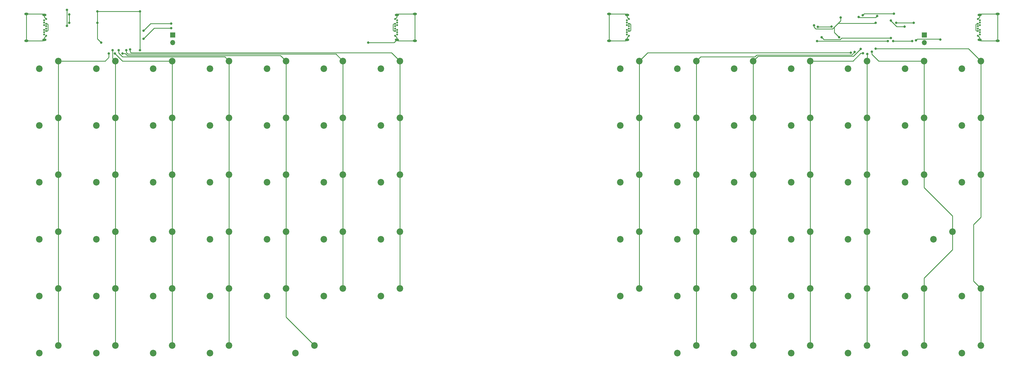
<source format=gbr>
%TF.GenerationSoftware,KiCad,Pcbnew,5.1.10-1.fc34*%
%TF.CreationDate,2021-08-03T16:02:25+03:00*%
%TF.ProjectId,keyboard,6b657962-6f61-4726-942e-6b696361645f,rev?*%
%TF.SameCoordinates,Original*%
%TF.FileFunction,Copper,L1,Top*%
%TF.FilePolarity,Positive*%
%FSLAX46Y46*%
G04 Gerber Fmt 4.6, Leading zero omitted, Abs format (unit mm)*
G04 Created by KiCad (PCBNEW 5.1.10-1.fc34) date 2021-08-03 16:02:25*
%MOMM*%
%LPD*%
G01*
G04 APERTURE LIST*
%TA.AperFunction,ComponentPad*%
%ADD10C,0.650000*%
%TD*%
%TA.AperFunction,ComponentPad*%
%ADD11O,1.400000X0.800000*%
%TD*%
%TA.AperFunction,ComponentPad*%
%ADD12O,1.700000X1.700000*%
%TD*%
%TA.AperFunction,ComponentPad*%
%ADD13R,1.700000X1.700000*%
%TD*%
%TA.AperFunction,ComponentPad*%
%ADD14C,2.200000*%
%TD*%
%TA.AperFunction,ViaPad*%
%ADD15C,0.800000*%
%TD*%
%TA.AperFunction,Conductor*%
%ADD16C,0.250000*%
%TD*%
G04 APERTURE END LIST*
D10*
%TO.P,J6,B11*%
%TO.N,N/C*%
X225768000Y-20180000D03*
%TO.P,J6,B10*%
X225768000Y-19380000D03*
%TO.P,J6,B8*%
%TO.N,Net-(J6-PadB8)*%
X225768000Y-18580000D03*
%TO.P,J6,B5*%
%TO.N,Net-(J6-PadB5)*%
X225768000Y-16980000D03*
%TO.P,J6,B3*%
%TO.N,N/C*%
X225768000Y-16180000D03*
%TO.P,J6,B2*%
X225768000Y-15380000D03*
%TO.P,J6,B12*%
%TO.N,GND*%
X226468000Y-20580000D03*
%TO.P,J6,B9*%
%TO.N,+5V*%
X226468000Y-18980000D03*
%TO.P,J6,B7*%
%TO.N,Net-(J6-PadA7)*%
X226468000Y-18180000D03*
%TO.P,J6,B6*%
%TO.N,Net-(J6-PadA6)*%
X226468000Y-17380000D03*
%TO.P,J6,B4*%
%TO.N,+5V*%
X226468000Y-16580000D03*
%TO.P,J6,B1*%
%TO.N,GND*%
X226468000Y-14980000D03*
D11*
%TO.P,J6,S1*%
X219918000Y-22270000D03*
X219918000Y-13290000D03*
X225868000Y-13650000D03*
X225868000Y-21910000D03*
%TD*%
D10*
%TO.P,J5,B11*%
%TO.N,N/C*%
X149136000Y-15380000D03*
%TO.P,J5,B10*%
X149136000Y-16180000D03*
%TO.P,J5,B8*%
%TO.N,Net-(J5-PadB8)*%
X149136000Y-16980000D03*
%TO.P,J5,B5*%
%TO.N,Net-(J5-PadB5)*%
X149136000Y-18580000D03*
%TO.P,J5,B3*%
%TO.N,N/C*%
X149136000Y-19380000D03*
%TO.P,J5,B2*%
X149136000Y-20180000D03*
%TO.P,J5,B12*%
%TO.N,GND*%
X148436000Y-14980000D03*
%TO.P,J5,B9*%
%TO.N,+5V*%
X148436000Y-16580000D03*
%TO.P,J5,B7*%
%TO.N,Net-(J5-PadA7)*%
X148436000Y-17380000D03*
%TO.P,J5,B6*%
%TO.N,Net-(J5-PadA6)*%
X148436000Y-18180000D03*
%TO.P,J5,B4*%
%TO.N,+5V*%
X148436000Y-18980000D03*
%TO.P,J5,B1*%
%TO.N,GND*%
X148436000Y-20580000D03*
D11*
%TO.P,J5,S1*%
X154986000Y-13290000D03*
X154986000Y-22270000D03*
X149036000Y-21910000D03*
X149036000Y-13650000D03*
%TD*%
D12*
%TO.P,J4,2*%
%TO.N,GND*%
X325120000Y-22860000D03*
D13*
%TO.P,J4,1*%
%TO.N,RESET1*%
X325120000Y-20320000D03*
%TD*%
D12*
%TO.P,J3,2*%
%TO.N,GND*%
X74168000Y-22860000D03*
D13*
%TO.P,J3,1*%
%TO.N,RESET0*%
X74168000Y-20320000D03*
%TD*%
D10*
%TO.P,J2,B11*%
%TO.N,N/C*%
X343700000Y-15380000D03*
%TO.P,J2,B10*%
X343700000Y-16180000D03*
%TO.P,J2,B8*%
%TO.N,Net-(J2-PadB8)*%
X343700000Y-16980000D03*
%TO.P,J2,B5*%
%TO.N,Net-(J2-PadB5)*%
X343700000Y-18580000D03*
%TO.P,J2,B3*%
%TO.N,N/C*%
X343700000Y-19380000D03*
%TO.P,J2,B2*%
X343700000Y-20180000D03*
%TO.P,J2,B12*%
%TO.N,GND*%
X343000000Y-14980000D03*
%TO.P,J2,B9*%
%TO.N,+5V*%
X343000000Y-16580000D03*
%TO.P,J2,B7*%
%TO.N,Net-(J2-PadA7)*%
X343000000Y-17380000D03*
%TO.P,J2,B6*%
%TO.N,Net-(J2-PadA6)*%
X343000000Y-18180000D03*
%TO.P,J2,B4*%
%TO.N,+5V*%
X343000000Y-18980000D03*
%TO.P,J2,B1*%
%TO.N,GND*%
X343000000Y-20580000D03*
D11*
%TO.P,J2,S1*%
X349550000Y-13290000D03*
X349550000Y-22270000D03*
X343600000Y-21910000D03*
X343600000Y-13650000D03*
%TD*%
D10*
%TO.P,J1,B11*%
%TO.N,N/C*%
X31204000Y-20180000D03*
%TO.P,J1,B10*%
X31204000Y-19380000D03*
%TO.P,J1,B8*%
%TO.N,Net-(J1-PadB8)*%
X31204000Y-18580000D03*
%TO.P,J1,B5*%
%TO.N,Net-(J1-PadB5)*%
X31204000Y-16980000D03*
%TO.P,J1,B3*%
%TO.N,N/C*%
X31204000Y-16180000D03*
%TO.P,J1,B2*%
X31204000Y-15380000D03*
%TO.P,J1,B12*%
%TO.N,GND*%
X31904000Y-20580000D03*
%TO.P,J1,B9*%
%TO.N,+5V*%
X31904000Y-18980000D03*
%TO.P,J1,B7*%
%TO.N,Net-(J1-PadA7)*%
X31904000Y-18180000D03*
%TO.P,J1,B6*%
%TO.N,Net-(J1-PadA6)*%
X31904000Y-17380000D03*
%TO.P,J1,B4*%
%TO.N,+5V*%
X31904000Y-16580000D03*
%TO.P,J1,B1*%
%TO.N,GND*%
X31904000Y-14980000D03*
D11*
%TO.P,J1,S1*%
X25354000Y-22270000D03*
X25354000Y-13290000D03*
X31304000Y-13650000D03*
X31304000Y-21910000D03*
%TD*%
D14*
%TO.P,SW1,2*%
%TO.N,Net-(D1-Pad2)*%
X29650000Y-31540000D03*
%TO.P,SW1,1*%
%TO.N,COL01*%
X36000000Y-29000000D03*
%TD*%
%TO.P,SW2,2*%
%TO.N,Net-(D2-Pad2)*%
X48650000Y-31540000D03*
%TO.P,SW2,1*%
%TO.N,COL02*%
X55000000Y-29000000D03*
%TD*%
%TO.P,SW3,1*%
%TO.N,COL03*%
X74000000Y-29000000D03*
%TO.P,SW3,2*%
%TO.N,Net-(D3-Pad2)*%
X67650000Y-31540000D03*
%TD*%
%TO.P,SW4,2*%
%TO.N,Net-(D4-Pad2)*%
X86650000Y-31540000D03*
%TO.P,SW4,1*%
%TO.N,COL04*%
X93000000Y-29000000D03*
%TD*%
%TO.P,SW5,1*%
%TO.N,COL05*%
X112000000Y-29000000D03*
%TO.P,SW5,2*%
%TO.N,Net-(D5-Pad2)*%
X105650000Y-31540000D03*
%TD*%
%TO.P,SW6,1*%
%TO.N,COL06*%
X131000000Y-29000000D03*
%TO.P,SW6,2*%
%TO.N,Net-(D6-Pad2)*%
X124650000Y-31540000D03*
%TD*%
%TO.P,SW7,1*%
%TO.N,COL07*%
X150000000Y-29000000D03*
%TO.P,SW7,2*%
%TO.N,Net-(D7-Pad2)*%
X143650000Y-31540000D03*
%TD*%
%TO.P,SW8,1*%
%TO.N,COL08*%
X230000000Y-29000000D03*
%TO.P,SW8,2*%
%TO.N,Net-(D8-Pad2)*%
X223650000Y-31540000D03*
%TD*%
%TO.P,SW9,2*%
%TO.N,Net-(D9-Pad2)*%
X242650000Y-31540000D03*
%TO.P,SW9,1*%
%TO.N,COL09*%
X249000000Y-29000000D03*
%TD*%
%TO.P,SW10,2*%
%TO.N,Net-(D10-Pad2)*%
X261650000Y-31540000D03*
%TO.P,SW10,1*%
%TO.N,COL10*%
X268000000Y-29000000D03*
%TD*%
%TO.P,SW11,2*%
%TO.N,Net-(D11-Pad2)*%
X280650000Y-31540000D03*
%TO.P,SW11,1*%
%TO.N,COL11*%
X287000000Y-29000000D03*
%TD*%
%TO.P,SW12,1*%
%TO.N,COL12*%
X306000000Y-29000000D03*
%TO.P,SW12,2*%
%TO.N,Net-(D12-Pad2)*%
X299650000Y-31540000D03*
%TD*%
%TO.P,SW13,1*%
%TO.N,COL13*%
X325000000Y-29000000D03*
%TO.P,SW13,2*%
%TO.N,Net-(D13-Pad2)*%
X318650000Y-31540000D03*
%TD*%
%TO.P,SW14,1*%
%TO.N,COL14*%
X344000000Y-29000000D03*
%TO.P,SW14,2*%
%TO.N,Net-(D14-Pad2)*%
X337650000Y-31540000D03*
%TD*%
%TO.P,SW15,2*%
%TO.N,Net-(D15-Pad2)*%
X29650000Y-50540000D03*
%TO.P,SW15,1*%
%TO.N,COL01*%
X36000000Y-48000000D03*
%TD*%
%TO.P,SW16,1*%
%TO.N,COL02*%
X55000000Y-48000000D03*
%TO.P,SW16,2*%
%TO.N,Net-(D16-Pad2)*%
X48650000Y-50540000D03*
%TD*%
%TO.P,SW17,2*%
%TO.N,Net-(D17-Pad2)*%
X67650000Y-50540000D03*
%TO.P,SW17,1*%
%TO.N,COL03*%
X74000000Y-48000000D03*
%TD*%
%TO.P,SW18,2*%
%TO.N,Net-(D18-Pad2)*%
X86650000Y-50540000D03*
%TO.P,SW18,1*%
%TO.N,COL04*%
X93000000Y-48000000D03*
%TD*%
%TO.P,SW19,1*%
%TO.N,COL05*%
X112000000Y-48000000D03*
%TO.P,SW19,2*%
%TO.N,Net-(D19-Pad2)*%
X105650000Y-50540000D03*
%TD*%
%TO.P,SW20,1*%
%TO.N,COL06*%
X131000000Y-48000000D03*
%TO.P,SW20,2*%
%TO.N,Net-(D20-Pad2)*%
X124650000Y-50540000D03*
%TD*%
%TO.P,SW21,2*%
%TO.N,Net-(D21-Pad2)*%
X143650000Y-50540000D03*
%TO.P,SW21,1*%
%TO.N,COL07*%
X150000000Y-48000000D03*
%TD*%
%TO.P,SW22,1*%
%TO.N,COL08*%
X230000000Y-48000000D03*
%TO.P,SW22,2*%
%TO.N,Net-(D22-Pad2)*%
X223650000Y-50540000D03*
%TD*%
%TO.P,SW23,2*%
%TO.N,Net-(D23-Pad2)*%
X242650000Y-50540000D03*
%TO.P,SW23,1*%
%TO.N,COL09*%
X249000000Y-48000000D03*
%TD*%
%TO.P,SW24,1*%
%TO.N,COL10*%
X268000000Y-48000000D03*
%TO.P,SW24,2*%
%TO.N,Net-(D24-Pad2)*%
X261650000Y-50540000D03*
%TD*%
%TO.P,SW25,2*%
%TO.N,Net-(D25-Pad2)*%
X280650000Y-50540000D03*
%TO.P,SW25,1*%
%TO.N,COL11*%
X287000000Y-48000000D03*
%TD*%
%TO.P,SW26,1*%
%TO.N,COL12*%
X306000000Y-48000000D03*
%TO.P,SW26,2*%
%TO.N,Net-(D26-Pad2)*%
X299650000Y-50540000D03*
%TD*%
%TO.P,SW27,2*%
%TO.N,Net-(D27-Pad2)*%
X318650000Y-50540000D03*
%TO.P,SW27,1*%
%TO.N,COL13*%
X325000000Y-48000000D03*
%TD*%
%TO.P,SW28,1*%
%TO.N,COL14*%
X344000000Y-48000000D03*
%TO.P,SW28,2*%
%TO.N,Net-(D28-Pad2)*%
X337650000Y-50540000D03*
%TD*%
%TO.P,SW29,1*%
%TO.N,COL01*%
X36000000Y-67000000D03*
%TO.P,SW29,2*%
%TO.N,Net-(D29-Pad2)*%
X29650000Y-69540000D03*
%TD*%
%TO.P,SW30,2*%
%TO.N,Net-(D30-Pad2)*%
X48650000Y-69540000D03*
%TO.P,SW30,1*%
%TO.N,COL02*%
X55000000Y-67000000D03*
%TD*%
%TO.P,SW31,1*%
%TO.N,COL03*%
X74000000Y-67000000D03*
%TO.P,SW31,2*%
%TO.N,Net-(D31-Pad2)*%
X67650000Y-69540000D03*
%TD*%
%TO.P,SW32,1*%
%TO.N,COL04*%
X93000000Y-67000000D03*
%TO.P,SW32,2*%
%TO.N,Net-(D32-Pad2)*%
X86650000Y-69540000D03*
%TD*%
%TO.P,SW33,2*%
%TO.N,Net-(D33-Pad2)*%
X105650000Y-69540000D03*
%TO.P,SW33,1*%
%TO.N,COL05*%
X112000000Y-67000000D03*
%TD*%
%TO.P,SW34,2*%
%TO.N,Net-(D34-Pad2)*%
X124650000Y-69540000D03*
%TO.P,SW34,1*%
%TO.N,COL06*%
X131000000Y-67000000D03*
%TD*%
%TO.P,SW35,1*%
%TO.N,COL07*%
X150000000Y-67000000D03*
%TO.P,SW35,2*%
%TO.N,Net-(D35-Pad2)*%
X143650000Y-69540000D03*
%TD*%
%TO.P,SW36,2*%
%TO.N,Net-(D36-Pad2)*%
X223650000Y-69540000D03*
%TO.P,SW36,1*%
%TO.N,COL08*%
X230000000Y-67000000D03*
%TD*%
%TO.P,SW37,1*%
%TO.N,COL09*%
X249000000Y-67000000D03*
%TO.P,SW37,2*%
%TO.N,Net-(D37-Pad2)*%
X242650000Y-69540000D03*
%TD*%
%TO.P,SW38,2*%
%TO.N,Net-(D38-Pad2)*%
X261650000Y-69540000D03*
%TO.P,SW38,1*%
%TO.N,COL10*%
X268000000Y-67000000D03*
%TD*%
%TO.P,SW39,1*%
%TO.N,COL11*%
X287000000Y-67000000D03*
%TO.P,SW39,2*%
%TO.N,Net-(D39-Pad2)*%
X280650000Y-69540000D03*
%TD*%
%TO.P,SW40,1*%
%TO.N,COL12*%
X306000000Y-67000000D03*
%TO.P,SW40,2*%
%TO.N,Net-(D40-Pad2)*%
X299650000Y-69540000D03*
%TD*%
%TO.P,SW41,2*%
%TO.N,Net-(D41-Pad2)*%
X318650000Y-69540000D03*
%TO.P,SW41,1*%
%TO.N,COL13*%
X325000000Y-67000000D03*
%TD*%
%TO.P,SW42,2*%
%TO.N,Net-(D42-Pad2)*%
X337650000Y-69540000D03*
%TO.P,SW42,1*%
%TO.N,COL14*%
X344000000Y-67000000D03*
%TD*%
%TO.P,SW43,1*%
%TO.N,COL01*%
X36000000Y-86000000D03*
%TO.P,SW43,2*%
%TO.N,Net-(D43-Pad2)*%
X29650000Y-88540000D03*
%TD*%
%TO.P,SW44,1*%
%TO.N,COL02*%
X55000000Y-86000000D03*
%TO.P,SW44,2*%
%TO.N,Net-(D44-Pad2)*%
X48650000Y-88540000D03*
%TD*%
%TO.P,SW45,2*%
%TO.N,Net-(D45-Pad2)*%
X67650000Y-88540000D03*
%TO.P,SW45,1*%
%TO.N,COL03*%
X74000000Y-86000000D03*
%TD*%
%TO.P,SW46,2*%
%TO.N,Net-(D46-Pad2)*%
X86650000Y-88540000D03*
%TO.P,SW46,1*%
%TO.N,COL04*%
X93000000Y-86000000D03*
%TD*%
%TO.P,SW47,2*%
%TO.N,Net-(D47-Pad2)*%
X105650000Y-88540000D03*
%TO.P,SW47,1*%
%TO.N,COL05*%
X112000000Y-86000000D03*
%TD*%
%TO.P,SW48,1*%
%TO.N,COL06*%
X131000000Y-86000000D03*
%TO.P,SW48,2*%
%TO.N,Net-(D48-Pad2)*%
X124650000Y-88540000D03*
%TD*%
%TO.P,SW49,1*%
%TO.N,COL07*%
X150000000Y-86000000D03*
%TO.P,SW49,2*%
%TO.N,Net-(D49-Pad2)*%
X143650000Y-88540000D03*
%TD*%
%TO.P,SW50,2*%
%TO.N,Net-(D50-Pad2)*%
X223650000Y-88540000D03*
%TO.P,SW50,1*%
%TO.N,COL08*%
X230000000Y-86000000D03*
%TD*%
%TO.P,SW51,1*%
%TO.N,COL09*%
X249000000Y-86000000D03*
%TO.P,SW51,2*%
%TO.N,Net-(D51-Pad2)*%
X242650000Y-88540000D03*
%TD*%
%TO.P,SW52,1*%
%TO.N,COL10*%
X268000000Y-86000000D03*
%TO.P,SW52,2*%
%TO.N,Net-(D52-Pad2)*%
X261650000Y-88540000D03*
%TD*%
%TO.P,SW53,1*%
%TO.N,COL11*%
X287000000Y-86000000D03*
%TO.P,SW53,2*%
%TO.N,Net-(D53-Pad2)*%
X280650000Y-88540000D03*
%TD*%
%TO.P,SW54,1*%
%TO.N,COL12*%
X306000000Y-86000000D03*
%TO.P,SW54,2*%
%TO.N,Net-(D54-Pad2)*%
X299650000Y-88540000D03*
%TD*%
%TO.P,SW55,2*%
%TO.N,Net-(D55-Pad2)*%
X328150000Y-88540000D03*
%TO.P,SW55,1*%
%TO.N,COL13*%
X334500000Y-86000000D03*
%TD*%
%TO.P,SW56,2*%
%TO.N,Net-(D56-Pad2)*%
X29650000Y-107540000D03*
%TO.P,SW56,1*%
%TO.N,COL01*%
X36000000Y-105000000D03*
%TD*%
%TO.P,SW57,2*%
%TO.N,Net-(D57-Pad2)*%
X48650000Y-107540000D03*
%TO.P,SW57,1*%
%TO.N,COL02*%
X55000000Y-105000000D03*
%TD*%
%TO.P,SW58,1*%
%TO.N,COL03*%
X74000000Y-105000000D03*
%TO.P,SW58,2*%
%TO.N,Net-(D58-Pad2)*%
X67650000Y-107540000D03*
%TD*%
%TO.P,SW59,1*%
%TO.N,COL04*%
X93000000Y-105000000D03*
%TO.P,SW59,2*%
%TO.N,Net-(D59-Pad2)*%
X86650000Y-107540000D03*
%TD*%
%TO.P,SW60,1*%
%TO.N,COL05*%
X112000000Y-105000000D03*
%TO.P,SW60,2*%
%TO.N,Net-(D60-Pad2)*%
X105650000Y-107540000D03*
%TD*%
%TO.P,SW61,1*%
%TO.N,COL06*%
X131000000Y-105000000D03*
%TO.P,SW61,2*%
%TO.N,Net-(D61-Pad2)*%
X124650000Y-107540000D03*
%TD*%
%TO.P,SW62,2*%
%TO.N,Net-(D62-Pad2)*%
X143650000Y-107540000D03*
%TO.P,SW62,1*%
%TO.N,COL07*%
X150000000Y-105000000D03*
%TD*%
%TO.P,SW63,2*%
%TO.N,Net-(D63-Pad2)*%
X223650000Y-107540000D03*
%TO.P,SW63,1*%
%TO.N,COL08*%
X230000000Y-105000000D03*
%TD*%
%TO.P,SW64,2*%
%TO.N,Net-(D64-Pad2)*%
X242650000Y-107540000D03*
%TO.P,SW64,1*%
%TO.N,COL09*%
X249000000Y-105000000D03*
%TD*%
%TO.P,SW65,2*%
%TO.N,Net-(D65-Pad2)*%
X261650000Y-107540000D03*
%TO.P,SW65,1*%
%TO.N,COL10*%
X268000000Y-105000000D03*
%TD*%
%TO.P,SW66,1*%
%TO.N,COL11*%
X287000000Y-105000000D03*
%TO.P,SW66,2*%
%TO.N,Net-(D66-Pad2)*%
X280650000Y-107540000D03*
%TD*%
%TO.P,SW67,1*%
%TO.N,COL12*%
X306000000Y-105000000D03*
%TO.P,SW67,2*%
%TO.N,Net-(D67-Pad2)*%
X299650000Y-107540000D03*
%TD*%
%TO.P,SW68,2*%
%TO.N,Net-(D68-Pad2)*%
X318650000Y-107540000D03*
%TO.P,SW68,1*%
%TO.N,COL13*%
X325000000Y-105000000D03*
%TD*%
%TO.P,SW69,1*%
%TO.N,COL14*%
X344000000Y-105000000D03*
%TO.P,SW69,2*%
%TO.N,Net-(D69-Pad2)*%
X337650000Y-107540000D03*
%TD*%
%TO.P,SW70,2*%
%TO.N,Net-(D70-Pad2)*%
X29650000Y-126540000D03*
%TO.P,SW70,1*%
%TO.N,COL01*%
X36000000Y-124000000D03*
%TD*%
%TO.P,SW71,2*%
%TO.N,Net-(D71-Pad2)*%
X48650000Y-126540000D03*
%TO.P,SW71,1*%
%TO.N,COL02*%
X55000000Y-124000000D03*
%TD*%
%TO.P,SW72,2*%
%TO.N,Net-(D72-Pad2)*%
X67650000Y-126540000D03*
%TO.P,SW72,1*%
%TO.N,COL03*%
X74000000Y-124000000D03*
%TD*%
%TO.P,SW73,2*%
%TO.N,Net-(D73-Pad2)*%
X86650000Y-126540000D03*
%TO.P,SW73,1*%
%TO.N,COL04*%
X93000000Y-124000000D03*
%TD*%
%TO.P,SW74,1*%
%TO.N,COL05*%
X121500000Y-124000000D03*
%TO.P,SW74,2*%
%TO.N,Net-(D74-Pad2)*%
X115150000Y-126540000D03*
%TD*%
%TO.P,SW75,2*%
%TO.N,Net-(D75-Pad2)*%
X242650000Y-126540000D03*
%TO.P,SW75,1*%
%TO.N,COL09*%
X249000000Y-124000000D03*
%TD*%
%TO.P,SW76,1*%
%TO.N,COL10*%
X268000000Y-124000000D03*
%TO.P,SW76,2*%
%TO.N,Net-(D76-Pad2)*%
X261650000Y-126540000D03*
%TD*%
%TO.P,SW77,1*%
%TO.N,COL11*%
X287000000Y-124000000D03*
%TO.P,SW77,2*%
%TO.N,Net-(D77-Pad2)*%
X280650000Y-126540000D03*
%TD*%
%TO.P,SW78,1*%
%TO.N,COL12*%
X306000000Y-124000000D03*
%TO.P,SW78,2*%
%TO.N,Net-(D78-Pad2)*%
X299650000Y-126540000D03*
%TD*%
%TO.P,SW79,1*%
%TO.N,COL13*%
X325000000Y-124000000D03*
%TO.P,SW79,2*%
%TO.N,Net-(D79-Pad2)*%
X318650000Y-126540000D03*
%TD*%
%TO.P,SW80,2*%
%TO.N,Net-(D80-Pad2)*%
X337650000Y-126540000D03*
%TO.P,SW80,1*%
%TO.N,COL14*%
X344000000Y-124000000D03*
%TD*%
D15*
%TO.N,GND*%
X139446000Y-22860000D03*
X321564000Y-16256000D03*
X315722000Y-16255000D03*
X288290000Y-17112990D03*
X297180000Y-14478000D03*
X296672000Y-21082000D03*
X308864000Y-16256000D03*
%TO.N,+5V*%
X50292000Y-22860000D03*
X49022000Y-16256000D03*
X49022000Y-12446000D03*
X63246000Y-12446000D03*
X63246000Y-25400000D03*
X322326000Y-22098000D03*
X330454000Y-21844000D03*
X318516000Y-17526000D03*
X313944000Y-15494000D03*
X294132000Y-17526000D03*
X289555347Y-17563000D03*
%TO.N,D_PJ2*%
X314960000Y-13208000D03*
X304546000Y-13716000D03*
%TO.N,D_NJ2*%
X309372000Y-13970000D03*
X303203494Y-14267000D03*
%TO.N,COL01*%
X52832000Y-26487500D03*
%TO.N,COL02*%
X54102000Y-25400000D03*
%TO.N,COL03*%
X54864000Y-26487500D03*
%TO.N,COL04*%
X56134000Y-25400000D03*
%TO.N,COL05*%
X57404000Y-26487500D03*
%TO.N,COL06*%
X58674000Y-25400000D03*
%TO.N,COL07*%
X59944000Y-25146000D03*
%TO.N,COL08*%
X300575421Y-26255421D03*
%TO.N,COL09*%
X301850074Y-26006074D03*
%TO.N,COL10*%
X303877836Y-25003618D03*
%TO.N,COL11*%
X304625214Y-26416000D03*
%TO.N,COL12*%
X306070000Y-26670000D03*
%TO.N,COL13*%
X307594000Y-25908000D03*
%TO.N,COL14*%
X308864000Y-24892000D03*
%TO.N,D_NJ1*%
X39624000Y-16256000D03*
X39587000Y-13407108D03*
%TO.N,D_PJ1*%
X38862000Y-17272000D03*
X38862000Y-11938000D03*
%TO.N,D_NJ5*%
X73660000Y-18034000D03*
X64454002Y-21590000D03*
%TO.N,D_NJ6*%
X290830000Y-21082000D03*
X313944000Y-21336000D03*
%TO.N,D_PJ5*%
X73660000Y-16510000D03*
X64441395Y-18882088D03*
%TO.N,D_PJ6*%
X289306000Y-22352000D03*
X312928000Y-22352000D03*
%TO.N,Net-(C12-Pad1)*%
X321056000Y-22352000D03*
X314706000Y-22352000D03*
%TD*%
D16*
%TO.N,GND*%
X30944000Y-22270000D02*
X31304000Y-21910000D01*
X25354000Y-22270000D02*
X30944000Y-22270000D01*
X31304000Y-21180000D02*
X31904000Y-20580000D01*
X31304000Y-21910000D02*
X31304000Y-21180000D01*
X25354000Y-13290000D02*
X25354000Y-22270000D01*
X30944000Y-13290000D02*
X31304000Y-13650000D01*
X25354000Y-13290000D02*
X30944000Y-13290000D01*
X31304000Y-14380000D02*
X31904000Y-14980000D01*
X31304000Y-13650000D02*
X31304000Y-14380000D01*
X149396000Y-22270000D02*
X149036000Y-21910000D01*
X154986000Y-22270000D02*
X149396000Y-22270000D01*
X149036000Y-21180000D02*
X148436000Y-20580000D01*
X149036000Y-21910000D02*
X149036000Y-21180000D01*
X154986000Y-22270000D02*
X154986000Y-13290000D01*
X149396000Y-13290000D02*
X149036000Y-13650000D01*
X154986000Y-13290000D02*
X149396000Y-13290000D01*
X149036000Y-14380000D02*
X148436000Y-14980000D01*
X149036000Y-13650000D02*
X149036000Y-14380000D01*
X343960000Y-22270000D02*
X343600000Y-21910000D01*
X349550000Y-22270000D02*
X343960000Y-22270000D01*
X343600000Y-21180000D02*
X343000000Y-20580000D01*
X343600000Y-21910000D02*
X343600000Y-21180000D01*
X343960000Y-13290000D02*
X343600000Y-13650000D01*
X349550000Y-13290000D02*
X343960000Y-13290000D01*
X343600000Y-14380000D02*
X343000000Y-14980000D01*
X343600000Y-13650000D02*
X343600000Y-14380000D01*
X349550000Y-13290000D02*
X349550000Y-22270000D01*
X225508000Y-22270000D02*
X225868000Y-21910000D01*
X219918000Y-22270000D02*
X225508000Y-22270000D01*
X225868000Y-21180000D02*
X226468000Y-20580000D01*
X225868000Y-21910000D02*
X225868000Y-21180000D01*
X225508000Y-13290000D02*
X225868000Y-13650000D01*
X219918000Y-13290000D02*
X225508000Y-13290000D01*
X219918000Y-13290000D02*
X219918000Y-22270000D01*
X225868000Y-14380000D02*
X226468000Y-14980000D01*
X225868000Y-13650000D02*
X225868000Y-14380000D01*
X315723000Y-16256000D02*
X315722000Y-16255000D01*
X321564000Y-16256000D02*
X315723000Y-16256000D01*
X294443001Y-18288001D02*
X295049501Y-17681501D01*
X288290000Y-17112990D02*
X288290000Y-17678675D01*
X288290000Y-17678675D02*
X288899326Y-18288001D01*
X288899326Y-18288001D02*
X294443001Y-18288001D01*
X297180000Y-15551002D02*
X297180000Y-14478000D01*
X295049501Y-19459501D02*
X295049501Y-17681501D01*
X296672000Y-21082000D02*
X295049501Y-19459501D01*
X308708499Y-16411501D02*
X308864000Y-16256000D01*
X296319501Y-16411501D02*
X308708499Y-16411501D01*
X295049501Y-17681501D02*
X296319501Y-16411501D01*
X296319501Y-16411501D02*
X297180000Y-15551002D01*
X149036000Y-21910000D02*
X148765990Y-22180010D01*
X148086000Y-22860000D02*
X139446000Y-22860000D01*
X149036000Y-21910000D02*
X148086000Y-22860000D01*
%TO.N,+5V*%
X32363619Y-18980000D02*
X31904000Y-18980000D01*
X32554001Y-18789618D02*
X32363619Y-18980000D01*
X32554001Y-16770382D02*
X32554001Y-18789618D01*
X32363619Y-16580000D02*
X32554001Y-16770382D01*
X31904000Y-16580000D02*
X32363619Y-16580000D01*
X147976381Y-16580000D02*
X148436000Y-16580000D01*
X147785999Y-16770382D02*
X147976381Y-16580000D01*
X147785999Y-18789618D02*
X147785999Y-16770382D01*
X147976381Y-18980000D02*
X147785999Y-18789618D01*
X148436000Y-18980000D02*
X147976381Y-18980000D01*
X49022000Y-21590000D02*
X49022000Y-16256000D01*
X50292000Y-22860000D02*
X49022000Y-21590000D01*
X49022000Y-12446000D02*
X49022000Y-16256000D01*
X63246000Y-12446000D02*
X49022000Y-12446000D01*
X63246000Y-25400000D02*
X63246000Y-12446000D01*
X342540381Y-16580000D02*
X343000000Y-16580000D01*
X342349999Y-16770382D02*
X342540381Y-16580000D01*
X342349999Y-18789618D02*
X342349999Y-16770382D01*
X342540381Y-18980000D02*
X342349999Y-18789618D01*
X343000000Y-18980000D02*
X342540381Y-18980000D01*
X226927619Y-18980000D02*
X226468000Y-18980000D01*
X227118001Y-16770382D02*
X227118001Y-18789618D01*
X226927619Y-16580000D02*
X227118001Y-16770382D01*
X227118001Y-18789618D02*
X226927619Y-18980000D01*
X226468000Y-16580000D02*
X226927619Y-16580000D01*
X330294999Y-21684999D02*
X330454000Y-21844000D01*
X322739001Y-21684999D02*
X330294999Y-21684999D01*
X322326000Y-22098000D02*
X322739001Y-21684999D01*
X315919998Y-17526000D02*
X313944000Y-15550002D01*
X313944000Y-15550002D02*
X313944000Y-15494000D01*
X318516000Y-17526000D02*
X315919998Y-17526000D01*
X289555347Y-17563000D02*
X294095000Y-17563000D01*
X294095000Y-17563000D02*
X294132000Y-17526000D01*
%TO.N,D_PJ2*%
X305054000Y-13208000D02*
X304546000Y-13716000D01*
X314960000Y-13208000D02*
X305054000Y-13208000D01*
%TO.N,D_NJ2*%
X303377495Y-14441001D02*
X303203494Y-14267000D01*
X308900999Y-14441001D02*
X303377495Y-14441001D01*
X309372000Y-13970000D02*
X308900999Y-14441001D01*
%TO.N,COL01*%
X36000000Y-29000000D02*
X36000000Y-48000000D01*
X36000000Y-48000000D02*
X36000000Y-67000000D01*
X36000000Y-67000000D02*
X36000000Y-86000000D01*
X36000000Y-86000000D02*
X36000000Y-105000000D01*
X36000000Y-105000000D02*
X36000000Y-124000000D01*
X51618709Y-29000000D02*
X36000000Y-29000000D01*
X52832000Y-27786709D02*
X51618709Y-29000000D01*
X52832000Y-26487500D02*
X52832000Y-27786709D01*
%TO.N,COL02*%
X55000000Y-29000000D02*
X55000000Y-48000000D01*
X55000000Y-48000000D02*
X55000000Y-67000000D01*
X55000000Y-67000000D02*
X55000000Y-86000000D01*
X55000000Y-86000000D02*
X55000000Y-105000000D01*
X55000000Y-105000000D02*
X55000000Y-124000000D01*
X55131212Y-28868788D02*
X55000000Y-29000000D01*
X54102000Y-28102000D02*
X55000000Y-29000000D01*
X54102000Y-25400000D02*
X54102000Y-28102000D01*
%TO.N,COL03*%
X74000000Y-29000000D02*
X74000000Y-48000000D01*
X74000000Y-48000000D02*
X74000000Y-67000000D01*
X74000000Y-67000000D02*
X74000000Y-86000000D01*
X74000000Y-86000000D02*
X74000000Y-105000000D01*
X74000000Y-105000000D02*
X74000000Y-124000000D01*
X58643715Y-29000000D02*
X74000000Y-29000000D01*
X57376500Y-29000000D02*
X58643715Y-29000000D01*
X54864000Y-26487500D02*
X57376500Y-29000000D01*
%TO.N,COL04*%
X93000000Y-29000000D02*
X93000000Y-48000000D01*
X93000000Y-48000000D02*
X93000000Y-67000000D01*
X93000000Y-67000000D02*
X93000000Y-86000000D01*
X93000000Y-86000000D02*
X93000000Y-105000000D01*
X93000000Y-105000000D02*
X93000000Y-124000000D01*
X91574999Y-27574999D02*
X93000000Y-29000000D01*
X56134000Y-26290502D02*
X57418497Y-27574999D01*
X57418497Y-27574999D02*
X91574999Y-27574999D01*
X56134000Y-25400000D02*
X56134000Y-26290502D01*
%TO.N,COL05*%
X112000000Y-29000000D02*
X112000000Y-48000000D01*
X112000000Y-48000000D02*
X112000000Y-67000000D01*
X112000000Y-67000000D02*
X112000000Y-86000000D01*
X112000000Y-86000000D02*
X112000000Y-105000000D01*
X112000000Y-114500000D02*
X121500000Y-124000000D01*
X112000000Y-105000000D02*
X112000000Y-114500000D01*
X110124989Y-27124989D02*
X112000000Y-29000000D01*
X58984166Y-27124989D02*
X110124989Y-27124989D01*
X58346677Y-26487500D02*
X58984166Y-27124989D01*
X57404000Y-26487500D02*
X58346677Y-26487500D01*
%TO.N,COL06*%
X131000000Y-29000000D02*
X131000000Y-48000000D01*
X131000000Y-48000000D02*
X131000000Y-67000000D01*
X131000000Y-67000000D02*
X131000000Y-86000000D01*
X131000000Y-86000000D02*
X131000000Y-105000000D01*
X128674979Y-26674979D02*
X131000000Y-29000000D01*
X59186979Y-26674979D02*
X128674979Y-26674979D01*
X58674000Y-26162000D02*
X59186979Y-26674979D01*
X58674000Y-25400000D02*
X58674000Y-26162000D01*
%TO.N,COL07*%
X150000000Y-29000000D02*
X150000000Y-48000000D01*
X150000000Y-48000000D02*
X150000000Y-67000000D01*
X150000000Y-67000000D02*
X150000000Y-86000000D01*
X150000000Y-86000000D02*
X150000000Y-105000000D01*
X60260969Y-26224969D02*
X147224969Y-26224969D01*
X147224969Y-26224969D02*
X150000000Y-29000000D01*
X59944000Y-25908000D02*
X60260969Y-26224969D01*
X59944000Y-25146000D02*
X59944000Y-25908000D01*
%TO.N,COL08*%
X230000000Y-29000000D02*
X230000000Y-48000000D01*
X230000000Y-48000000D02*
X230000000Y-67000000D01*
X230000000Y-67000000D02*
X230000000Y-86000000D01*
X230000000Y-86000000D02*
X230000000Y-105000000D01*
X232744579Y-26255421D02*
X230000000Y-29000000D01*
X300575421Y-26255421D02*
X232744579Y-26255421D01*
%TO.N,COL09*%
X249000000Y-29000000D02*
X249000000Y-48000000D01*
X249000000Y-124000000D02*
X249000000Y-105000000D01*
X249000000Y-105000000D02*
X249000000Y-86000000D01*
X249000000Y-67000000D02*
X249000000Y-86000000D01*
X249000000Y-48000000D02*
X249000000Y-67000000D01*
X301850074Y-26006074D02*
X300874158Y-26981990D01*
X250425001Y-27574999D02*
X249000000Y-29000000D01*
X268589001Y-27574999D02*
X250425001Y-27574999D01*
X269182010Y-26981990D02*
X268589001Y-27574999D01*
X300874158Y-26981990D02*
X269182010Y-26981990D01*
%TO.N,COL10*%
X268000000Y-29000000D02*
X268000000Y-48000000D01*
X268000000Y-124000000D02*
X268000000Y-105000000D01*
X268000000Y-105000000D02*
X268000000Y-86000000D01*
X268000000Y-86000000D02*
X268000000Y-67000000D01*
X268000000Y-48000000D02*
X268000000Y-67000000D01*
X303877836Y-25003618D02*
X301449454Y-27432000D01*
X269568000Y-27432000D02*
X268000000Y-29000000D01*
X301449454Y-27432000D02*
X269568000Y-27432000D01*
%TO.N,COL11*%
X287000000Y-29000000D02*
X287000000Y-48000000D01*
X287000000Y-124000000D02*
X287000000Y-105000000D01*
X287000000Y-105000000D02*
X287000000Y-86000000D01*
X287000000Y-67000000D02*
X287000000Y-86000000D01*
X287000000Y-67000000D02*
X287000000Y-48000000D01*
X301293234Y-29000000D02*
X287000000Y-29000000D01*
X303877234Y-26416000D02*
X301293234Y-29000000D01*
X304625214Y-26416000D02*
X303877234Y-26416000D01*
%TO.N,COL12*%
X306000000Y-29000000D02*
X306000000Y-48000000D01*
X306000000Y-109178998D02*
X306000000Y-105000000D01*
X306000000Y-124000000D02*
X306000000Y-109178998D01*
X306000000Y-53981002D02*
X306000000Y-67000000D01*
X306000000Y-48000000D02*
X306000000Y-53981002D01*
X306000000Y-86000000D02*
X306000000Y-105000000D01*
X306000000Y-86000000D02*
X306000000Y-67000000D01*
X305622014Y-28622014D02*
X306000000Y-29000000D01*
X306070000Y-28930000D02*
X306000000Y-29000000D01*
X306070000Y-26670000D02*
X306070000Y-28930000D01*
%TO.N,COL13*%
X325000000Y-29000000D02*
X325000000Y-48000000D01*
X325000000Y-48000000D02*
X325000000Y-67000000D01*
X334500000Y-80779002D02*
X334500000Y-86000000D01*
X325000000Y-71279002D02*
X334500000Y-80779002D01*
X325000000Y-67000000D02*
X325000000Y-71279002D01*
X325000000Y-101481002D02*
X325000000Y-105000000D01*
X334500000Y-91981002D02*
X325000000Y-101481002D01*
X334500000Y-86000000D02*
X334500000Y-91981002D01*
X325000000Y-124000000D02*
X325000000Y-105000000D01*
X309882312Y-29000000D02*
X325000000Y-29000000D01*
X307594000Y-26711688D02*
X309882312Y-29000000D01*
X307594000Y-25908000D02*
X307594000Y-26711688D01*
%TO.N,COL14*%
X344000000Y-29000000D02*
X344000000Y-48000000D01*
X344000000Y-48000000D02*
X344000000Y-67000000D01*
X341534999Y-102534999D02*
X344000000Y-105000000D01*
X341534999Y-83666999D02*
X341534999Y-102534999D01*
X344000000Y-81201998D02*
X341534999Y-83666999D01*
X344000000Y-67000000D02*
X344000000Y-81201998D01*
X344000000Y-105000000D02*
X344000000Y-124000000D01*
X339892000Y-24892000D02*
X344000000Y-29000000D01*
X308864000Y-24892000D02*
X339892000Y-24892000D01*
%TO.N,D_NJ1*%
X39624000Y-16256000D02*
X39624000Y-13444108D01*
X39624000Y-13444108D02*
X39587000Y-13407108D01*
%TO.N,D_PJ1*%
X38862000Y-17272000D02*
X38862000Y-12700000D01*
X38862000Y-12700000D02*
X38862000Y-11938000D01*
%TO.N,D_NJ5*%
X68010002Y-18034000D02*
X64454002Y-21590000D01*
X73660000Y-18034000D02*
X68010002Y-18034000D01*
%TO.N,D_NJ6*%
X290830000Y-21082000D02*
X291555001Y-21807001D01*
X291555001Y-21807001D02*
X297020001Y-21807001D01*
X297491002Y-21336000D02*
X313944000Y-21336000D01*
X297020001Y-21807001D02*
X297491002Y-21336000D01*
%TO.N,D_PJ5*%
X66813483Y-16510000D02*
X73660000Y-16510000D01*
X64441395Y-18882088D02*
X66813483Y-16510000D01*
%TO.N,D_PJ6*%
X289306000Y-22352000D02*
X312928000Y-22352000D01*
%TO.N,Net-(C12-Pad1)*%
X321056000Y-22352000D02*
X314706000Y-22352000D01*
%TD*%
M02*

</source>
